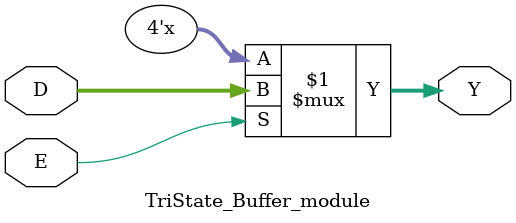
<source format=v>
`timescale 1ns / 1ps


module TriState_Buffer_module #(parameter n = 4) (
    input E,
    input [n-1:0] D,
    output [n-1:0] Y
    );
    
assign Y = (E) ? D : {n{1'bz}};
endmodule

</source>
